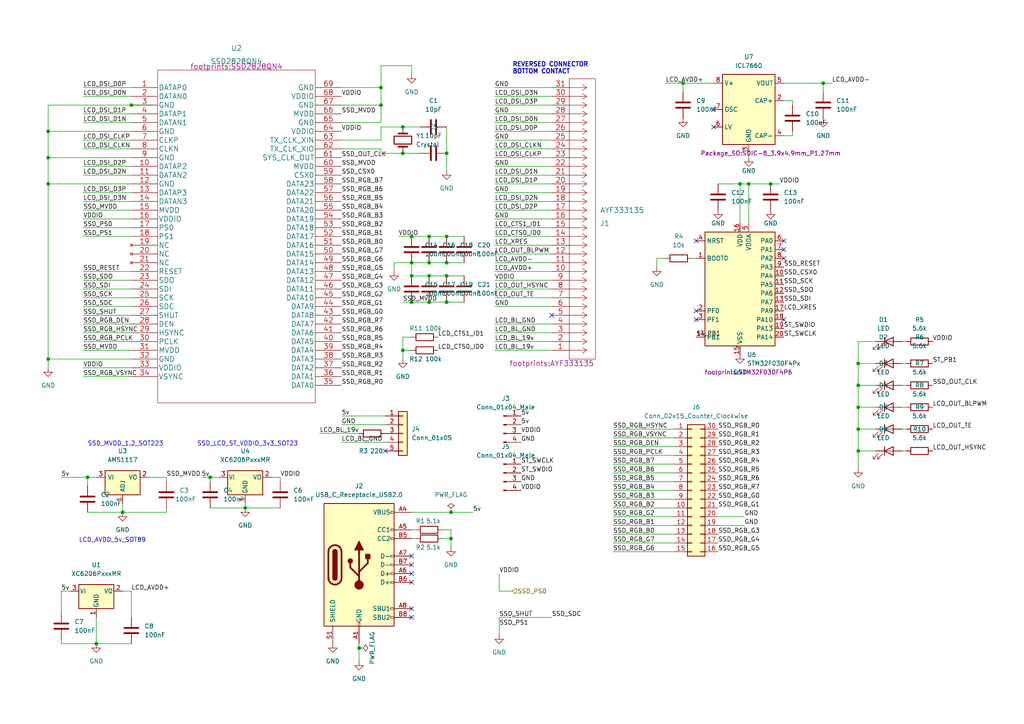
<source format=kicad_sch>
(kicad_sch (version 20211123) (generator eeschema)
  (paper "A4")
  (title_block (title "Sharp DSI Eva") (date "2022-11-07") (rev "1.0") (company "github/jlywxy | the Monazite workshop"))
  (junction (at 124.46 87.63))
  (junction (at 116.84 36.83))
  (junction (at 71.12 147.32))
  (junction (at 119.38 76.2))
  (junction (at 214.63 53.34))
  (junction (at 248.92 118.11))
  (junction (at 217.17 53.34))
  (junction (at 129.54 68.58))
  (junction (at 129.54 44.45))
  (junction (at 13.97 45.72))
  (junction (at 119.38 68.58))
  (junction (at 27.94 186.69))
  (junction (at 38.1 30.48))
  (junction (at 119.38 80.01))
  (junction (at 116.84 44.45))
  (junction (at 13.97 38.1))
  (junction (at 248.92 124.46))
  (junction (at 130.81 148.59))
  (junction (at 104.14 187.96))
  (junction (at 248.92 111.76))
  (junction (at 248.92 105.41))
  (junction (at 110.49 25.4))
  (junction (at 25.4 138.43))
  (junction (at 116.84 101.6))
  (junction (at 248.92 130.81))
  (junction (at 130.81 156.21))
  (junction (at 238.76 24.13))
  (junction (at 35.56 148.59))
  (junction (at 13.97 53.34))
  (junction (at 129.54 80.01))
  (junction (at 129.54 76.2))
  (junction (at 124.46 80.01))
  (junction (at 223.52 53.34))
  (junction (at 60.96 138.43))
  (junction (at 124.46 76.2))
  (junction (at 13.97 104.14))
  (junction (at 110.49 30.48))
  (junction (at 124.46 68.58))
  (junction (at 198.12 24.13))
  (junction (at 119.38 87.63))
  (junction (at 129.54 87.63))
  (no_connect (at 201.93 69.85))
  (no_connect (at 201.93 90.17))
  (no_connect (at 201.93 92.71))
  (no_connect (at 119.38 166.37))
  (no_connect (at 119.38 168.91))
  (no_connect (at 119.38 161.29))
  (no_connect (at 119.38 163.83))
  (no_connect (at 119.38 176.53))
  (no_connect (at 119.38 179.07))
  (no_connect (at 160.02 91.44))
  (no_connect (at 111.76 130.81))
  (no_connect (at 207.01 36.83))
  (no_connect (at 207.01 31.75))
  (no_connect (at 227.33 74.93))
  (no_connect (at 227.33 72.39))
  (no_connect (at 227.33 69.85))
  (no_connect (at 227.33 92.71))
  (wire (pts (xy 241.3 24.13) (xy 238.76 24.13)))
  (wire (pts (xy 119.38 87.63) (xy 124.46 87.63)))
  (wire (pts (xy 48.26 138.43) (xy 48.26 139.7)))
  (wire (pts (xy 229.87 39.37) (xy 229.87 38.1)))
  (wire (pts (xy 177.8 144.78) (xy 195.58 144.78)))
  (wire (pts (xy 99.06 123.19) (xy 111.76 123.19)))
  (wire (pts (xy 99.06 35.56) (xy 110.49 35.56)))
  (wire (pts (xy 177.8 137.16) (xy 195.58 137.16)))
  (wire (pts (xy 124.46 76.2) (xy 129.54 76.2)))
  (wire (pts (xy 143.51 73.66) (xy 160.02 73.66)))
  (wire (pts (xy 116.84 44.45) (xy 121.92 44.45)))
  (wire (pts (xy 248.92 130.81) (xy 248.92 135.89)))
  (wire (pts (xy 99.06 30.48) (xy 110.49 30.48)))
  (wire (pts (xy 35.56 146.05) (xy 35.56 148.59)))
  (wire (pts (xy 110.49 40.64) (xy 110.49 36.83)))
  (wire (pts (xy 190.5 74.93) (xy 193.04 74.93)))
  (wire (pts (xy 24.13 35.56) (xy 38.1 35.56)))
  (wire (pts (xy 248.92 99.06) (xy 254 99.06)))
  (wire (pts (xy 24.13 60.96) (xy 38.1 60.96)))
  (wire (pts (xy 143.51 30.48) (xy 160.02 30.48)))
  (wire (pts (xy 24.13 93.98) (xy 38.1 93.98)))
  (wire (pts (xy 130.81 153.67) (xy 130.81 156.21)))
  (wire (pts (xy 24.13 43.18) (xy 38.1 43.18)))
  (wire (pts (xy 24.13 106.68) (xy 38.1 106.68)))
  (wire (pts (xy 248.92 124.46) (xy 254 124.46)))
  (wire (pts (xy 177.8 147.32) (xy 195.58 147.32)))
  (wire (pts (xy 248.92 99.06) (xy 248.92 105.41)))
  (wire (pts (xy 130.81 148.59) (xy 137.16 148.59)))
  (wire (pts (xy 215.9 149.86) (xy 208.28 149.86)))
  (wire (pts (xy 208.28 53.34) (xy 214.63 53.34)))
  (wire (pts (xy 143.51 93.98) (xy 160.02 93.98)))
  (wire (pts (xy 24.13 96.52) (xy 38.1 96.52)))
  (wire (pts (xy 13.97 104.14) (xy 38.1 104.14)))
  (wire (pts (xy 13.97 106.68) (xy 13.97 104.14)))
  (wire (pts (xy 217.17 53.34) (xy 223.52 53.34)))
  (wire (pts (xy 143.51 83.82) (xy 160.02 83.82)))
  (wire (pts (xy 261.62 130.81) (xy 262.89 130.81)))
  (wire (pts (xy 177.8 157.48) (xy 195.58 157.48)))
  (wire (pts (xy 143.51 33.02) (xy 160.02 33.02)))
  (wire (pts (xy 129.54 76.2) (xy 134.62 76.2)))
  (wire (pts (xy 24.13 99.06) (xy 38.1 99.06)))
  (wire (pts (xy 27.94 179.07) (xy 27.94 186.69)))
  (wire (pts (xy 217.17 45.72) (xy 217.17 44.45)))
  (wire (pts (xy 217.17 53.34) (xy 217.17 64.77)))
  (wire (pts (xy 116.84 104.14) (xy 116.84 101.6)))
  (wire (pts (xy 119.38 153.67) (xy 120.65 153.67)))
  (wire (pts (xy 24.13 101.6) (xy 38.1 101.6)))
  (wire (pts (xy 177.8 160.02) (xy 195.58 160.02)))
  (wire (pts (xy 116.84 87.63) (xy 119.38 87.63)))
  (wire (pts (xy 193.04 24.13) (xy 198.12 24.13)))
  (wire (pts (xy 177.8 134.62) (xy 195.58 134.62)))
  (wire (pts (xy 110.49 30.48) (xy 110.49 35.56)))
  (wire (pts (xy 17.78 185.42) (xy 17.78 186.69)))
  (wire (pts (xy 92.71 125.73) (xy 104.14 125.73)))
  (wire (pts (xy 248.92 118.11) (xy 254 118.11)))
  (wire (pts (xy 177.8 132.08) (xy 195.58 132.08)))
  (wire (pts (xy 110.49 36.83) (xy 116.84 36.83)))
  (wire (pts (xy 116.84 97.79) (xy 119.38 97.79)))
  (wire (pts (xy 116.84 36.83) (xy 121.92 36.83)))
  (wire (pts (xy 17.78 171.45) (xy 20.32 171.45)))
  (wire (pts (xy 25.4 140.97) (xy 25.4 138.43)))
  (wire (pts (xy 143.51 101.6) (xy 160.02 101.6)))
  (wire (pts (xy 177.8 124.46) (xy 195.58 124.46)))
  (wire (pts (xy 214.63 53.34) (xy 214.63 64.77)))
  (wire (pts (xy 24.13 25.4) (xy 38.1 25.4)))
  (wire (pts (xy 71.12 147.32) (xy 81.28 147.32)))
  (wire (pts (xy 13.97 38.1) (xy 13.97 30.48)))
  (wire (pts (xy 144.78 179.07) (xy 160.02 179.07)))
  (wire (pts (xy 129.54 68.58) (xy 134.62 68.58)))
  (wire (pts (xy 143.51 53.34) (xy 160.02 53.34)))
  (wire (pts (xy 143.51 81.28) (xy 160.02 81.28)))
  (wire (pts (xy 24.13 78.74) (xy 38.1 78.74)))
  (wire (pts (xy 25.4 138.43) (xy 27.94 138.43)))
  (wire (pts (xy 143.51 68.58) (xy 160.02 68.58)))
  (wire (pts (xy 261.62 105.41) (xy 262.89 105.41)))
  (wire (pts (xy 58.42 138.43) (xy 60.96 138.43)))
  (wire (pts (xy 143.51 43.18) (xy 160.02 43.18)))
  (wire (pts (xy 143.51 40.64) (xy 160.02 40.64)))
  (wire (pts (xy 129.54 49.53) (xy 129.54 44.45)))
  (wire (pts (xy 24.13 81.28) (xy 38.1 81.28)))
  (wire (pts (xy 35.56 171.45) (xy 38.1 171.45)))
  (wire (pts (xy 116.84 101.6) (xy 119.38 101.6)))
  (wire (pts (xy 27.94 186.69) (xy 38.1 186.69)))
  (wire (pts (xy 25.4 148.59) (xy 35.56 148.59)))
  (wire (pts (xy 143.51 55.88) (xy 160.02 55.88)))
  (wire (pts (xy 144.78 184.15) (xy 144.78 179.07)))
  (wire (pts (xy 110.49 25.4) (xy 110.49 30.48)))
  (wire (pts (xy 43.18 138.43) (xy 48.26 138.43)))
  (wire (pts (xy 110.49 44.45) (xy 116.84 44.45)))
  (wire (pts (xy 24.13 58.42) (xy 38.1 58.42)))
  (wire (pts (xy 129.54 87.63) (xy 134.62 87.63)))
  (wire (pts (xy 214.63 53.34) (xy 217.17 53.34)))
  (wire (pts (xy 261.62 99.06) (xy 262.89 99.06)))
  (wire (pts (xy 99.06 120.65) (xy 111.76 120.65)))
  (wire (pts (xy 24.13 88.9) (xy 38.1 88.9)))
  (wire (pts (xy 177.8 127) (xy 195.58 127)))
  (wire (pts (xy 119.38 76.2) (xy 119.38 80.01)))
  (wire (pts (xy 143.51 45.72) (xy 160.02 45.72)))
  (wire (pts (xy 114.3 78.74) (xy 114.3 76.2)))
  (wire (pts (xy 143.51 78.74) (xy 160.02 78.74)))
  (wire (pts (xy 99.06 25.4) (xy 110.49 25.4)))
  (wire (pts (xy 143.51 88.9) (xy 160.02 88.9)))
  (wire (pts (xy 261.62 124.46) (xy 262.89 124.46)))
  (wire (pts (xy 248.92 118.11) (xy 248.92 124.46)))
  (wire (pts (xy 143.51 86.36) (xy 160.02 86.36)))
  (wire (pts (xy 38.1 30.48) (xy 44.45 30.48)))
  (wire (pts (xy 177.8 154.94) (xy 195.58 154.94)))
  (wire (pts (xy 48.26 148.59) (xy 48.26 147.32)))
  (wire (pts (xy 38.1 171.45) (xy 38.1 179.07)))
  (wire (pts (xy 248.92 105.41) (xy 248.92 111.76)))
  (wire (pts (xy 60.96 147.32) (xy 71.12 147.32)))
  (wire (pts (xy 261.62 118.11) (xy 262.89 118.11)))
  (wire (pts (xy 238.76 24.13) (xy 227.33 24.13)))
  (wire (pts (xy 13.97 30.48) (xy 38.1 30.48)))
  (wire (pts (xy 60.96 139.7) (xy 60.96 138.43)))
  (wire (pts (xy 119.38 19.05) (xy 119.38 21.59)))
  (wire (pts (xy 177.8 142.24) (xy 195.58 142.24)))
  (wire (pts (xy 143.51 48.26) (xy 160.02 48.26)))
  (wire (pts (xy 24.13 86.36) (xy 38.1 86.36)))
  (wire (pts (xy 198.12 24.13) (xy 198.12 26.67)))
  (wire (pts (xy 104.14 191.77) (xy 104.14 187.96)))
  (wire (pts (xy 143.51 38.1) (xy 160.02 38.1)))
  (wire (pts (xy 200.66 74.93) (xy 201.93 74.93)))
  (wire (pts (xy 24.13 50.8) (xy 38.1 50.8)))
  (wire (pts (xy 143.51 50.8) (xy 160.02 50.8)))
  (wire (pts (xy 24.13 40.64) (xy 38.1 40.64)))
  (wire (pts (xy 130.81 156.21) (xy 130.81 158.75)))
  (wire (pts (xy 13.97 53.34) (xy 13.97 45.72)))
  (wire (pts (xy 143.51 27.94) (xy 160.02 27.94)))
  (wire (pts (xy 24.13 68.58) (xy 38.1 68.58)))
  (wire (pts (xy 99.06 43.18) (xy 110.49 43.18)))
  (wire (pts (xy 24.13 27.94) (xy 38.1 27.94)))
  (wire (pts (xy 248.92 111.76) (xy 254 111.76)))
  (wire (pts (xy 114.3 76.2) (xy 119.38 76.2)))
  (wire (pts (xy 81.28 138.43) (xy 81.28 139.7)))
  (wire (pts (xy 143.51 76.2) (xy 160.02 76.2)))
  (wire (pts (xy 261.62 111.76) (xy 262.89 111.76)))
  (wire (pts (xy 60.96 138.43) (xy 63.5 138.43)))
  (wire (pts (xy 144.78 166.37) (xy 144.78 171.45)))
  (wire (pts (xy 110.49 25.4) (xy 110.49 19.05)))
  (wire (pts (xy 248.92 124.46) (xy 248.92 130.81)))
  (wire (pts (xy 227.33 29.21) (xy 229.87 29.21)))
  (wire (pts (xy 227.33 39.37) (xy 229.87 39.37)))
  (wire (pts (xy 24.13 63.5) (xy 38.1 63.5)))
  (wire (pts (xy 129.54 36.83) (xy 129.54 44.45)))
  (wire (pts (xy 17.78 138.43) (xy 25.4 138.43)))
  (wire (pts (xy 229.87 29.21) (xy 229.87 30.48)))
  (wire (pts (xy 177.8 152.4) (xy 195.58 152.4)))
  (wire (pts (xy 129.54 80.01) (xy 134.62 80.01)))
  (wire (pts (xy 71.12 146.05) (xy 71.12 147.32)))
  (wire (pts (xy 13.97 104.14) (xy 13.97 53.34)))
  (wire (pts (xy 124.46 87.63) (xy 129.54 87.63)))
  (wire (pts (xy 119.38 156.21) (xy 120.65 156.21)))
  (wire (pts (xy 24.13 66.04) (xy 38.1 66.04)))
  (wire (pts (xy 143.51 99.06) (xy 160.02 99.06)))
  (wire (pts (xy 128.27 153.67) (xy 130.81 153.67)))
  (wire (pts (xy 35.56 148.59) (xy 48.26 148.59)))
  (wire (pts (xy 115.57 68.58) (xy 119.38 68.58)))
  (wire (pts (xy 143.51 35.56) (xy 160.02 35.56)))
  (wire (pts (xy 143.51 66.04) (xy 160.02 66.04)))
  (wire (pts (xy 119.38 76.2) (xy 124.46 76.2)))
  (wire (pts (xy 17.78 171.45) (xy 17.78 177.8)))
  (wire (pts (xy 119.38 80.01) (xy 124.46 80.01)))
  (wire (pts (xy 99.06 40.64) (xy 110.49 40.64)))
  (wire (pts (xy 143.51 60.96) (xy 160.02 60.96)))
  (wire (pts (xy 190.5 77.47) (xy 190.5 74.93)))
  (wire (pts (xy 143.51 96.52) (xy 160.02 96.52)))
  (wire (pts (xy 24.13 83.82) (xy 38.1 83.82)))
  (wire (pts (xy 13.97 45.72) (xy 13.97 38.1)))
  (wire (pts (xy 119.38 148.59) (xy 130.81 148.59)))
  (wire (pts (xy 248.92 105.41) (xy 254 105.41)))
  (wire (pts (xy 208.28 152.4) (xy 215.9 152.4)))
  (wire (pts (xy 124.46 68.58) (xy 129.54 68.58)))
  (wire (pts (xy 198.12 24.13) (xy 207.01 24.13)))
  (wire (pts (xy 143.51 71.12) (xy 160.02 71.12)))
  (wire (pts (xy 13.97 45.72) (xy 38.1 45.72)))
  (wire (pts (xy 177.8 149.86) (xy 195.58 149.86)))
  (wire (pts (xy 124.46 80.01) (xy 129.54 80.01)))
  (wire (pts (xy 24.13 33.02) (xy 38.1 33.02)))
  (wire (pts (xy 110.49 19.05) (xy 119.38 19.05)))
  (wire (pts (xy 143.51 25.4) (xy 160.02 25.4)))
  (wire (pts (xy 119.38 80.01) (xy 119.38 81.28)))
  (wire (pts (xy 177.8 129.54) (xy 195.58 129.54)))
  (wire (pts (xy 110.49 43.18) (xy 110.49 44.45)))
  (wire (pts (xy 104.14 187.96) (xy 104.14 186.69)))
  (wire (pts (xy 143.51 63.5) (xy 160.02 63.5)))
  (wire (pts (xy 143.51 58.42) (xy 160.02 58.42)))
  (wire (pts (xy 238.76 24.13) (xy 238.76 26.67)))
  (wire (pts (xy 99.06 128.27) (xy 111.76 128.27)))
  (wire (pts (xy 119.38 68.58) (xy 124.46 68.58)))
  (wire (pts (xy 24.13 55.88) (xy 38.1 55.88)))
  (wire (pts (xy 128.27 156.21) (xy 130.81 156.21)))
  (wire (pts (xy 223.52 53.34) (xy 226.06 53.34)))
  (wire (pts (xy 24.13 109.22) (xy 38.1 109.22)))
  (wire (pts (xy 24.13 48.26) (xy 38.1 48.26)))
  (wire (pts (xy 78.74 138.43) (xy 81.28 138.43)))
  (wire (pts (xy 17.78 186.69) (xy 27.94 186.69)))
  (wire (pts (xy 13.97 38.1) (xy 38.1 38.1)))
  (wire (pts (xy 177.8 139.7) (xy 195.58 139.7)))
  (wire (pts (xy 144.78 171.45) (xy 148.59 171.45)))
  (wire (pts (xy 13.97 53.34) (xy 38.1 53.34)))
  (wire (pts (xy 248.92 130.81) (xy 254 130.81)))
  (wire (pts (xy 116.84 101.6) (xy 116.84 97.79)))
  (wire (pts (xy 24.13 91.44) (xy 38.1 91.44)))
  (wire (pts (xy 248.92 111.76) (xy 248.92 118.11)))
  (text "REVERSED CONNECTOR\nBOTTOM CONTACT\n" (at 148.59 21.59 0) (effects (font (size 1.27 1.27) (thickness 0.254) bold) (justify left bottom)))
  (text "SSD_MVDD_1.2_SOT223" (at 25.4 129.54 0) (effects (font (size 1.27 1.27)) (justify left bottom)))
  (text "SSD_LCD_ST_VDDIO_3v3_SOT23" (at 57.15 129.54 0) (effects (font (size 1.27 1.27)) (justify left bottom)))
  (text "LCD_AVDD_5v_SOT89" (at 22.86 157.48 0) (effects (font (size 1.27 1.27)) (justify left bottom)))
  (label "LCD_DSI_D0N" (at 143.51 35.56 0))
  (label "SSD_RGB_G0" (at 99.06 91.44 0))
  (label "SSD_SDI" (at 24.13 83.82 0))
  (label "SSD_RGB_PCLK" (at 24.13 99.06 0))
  (label "SSD_RGB_G0" (at 208.28 144.78 0))
  (label "LCD_OUT_BLPWM" (at 143.51 73.66 0))
  (label "SSD_RGB_G7" (at 177.8 157.48 0))
  (label "SSD_RGB_G2" (at 177.8 149.86 0))
  (label "SSD_RGB_B2" (at 177.8 147.32 0))
  (label "LCD_OUT_TE" (at 143.51 86.36 0))
  (label "5v" (at 58.42 138.43 0))
  (label "LCD_XRES" (at 227.33 90.17 0))
  (label "SSD_RGB_R5" (at 99.06 99.06 0))
  (label "SSD_RGB_R7" (at 99.06 93.98 0))
  (label "GND" (at 151.13 139.7 0))
  (label "SSD_PS1" (at 144.78 181.61 0))
  (label "VDDIO" (at 24.13 106.68 0))
  (label "SSD_RGB_B3" (at 99.06 63.5 0))
  (label "SSD_RGB_R6" (at 208.28 139.7 0))
  (label "GND" (at 143.51 55.88 0))
  (label "ST_PB1" (at 270.51 105.41 0))
  (label "SSD_RGB_B4" (at 177.8 142.24 0))
  (label "SSD_PS0" (at 24.13 66.04 0))
  (label "SSD_SDO" (at 227.33 85.09 0))
  (label "ST_PB1" (at 201.93 97.79 0))
  (label "SSD_RGB_R3" (at 99.06 104.14 0))
  (label "SSD_SDI" (at 227.33 87.63 0))
  (label "LCD_BL_GND" (at 143.51 93.98 0))
  (label "GND" (at 215.9 149.86 0))
  (label "SSD_RGB_B0" (at 177.8 154.94 0))
  (label "SSD_RGB_HSYNC" (at 24.13 96.52 0))
  (label "LCD_DSI_D3N" (at 143.51 27.94 0))
  (label "5v" (at 17.78 138.43 0))
  (label "SSD_RGB_DEN" (at 24.13 93.98 0))
  (label "LCD_DSI_CLKP" (at 24.13 40.64 0))
  (label "SSD_RGB_R4" (at 99.06 101.6 0))
  (label "LCD_AVDD+" (at 143.51 78.74 0))
  (label "SSD_RGB_G4" (at 208.28 157.48 0))
  (label "LCD_BL_19v" (at 143.51 99.06 0))
  (label "SSD_RGB_R1" (at 208.28 127 0))
  (label "LCD_BL_19v" (at 143.51 101.6 0))
  (label "SSD_MVDD" (at 116.84 87.63 0))
  (label "SSD_RGB_DEN" (at 177.8 129.54 0))
  (label "LCD_DSI_D2N" (at 24.13 50.8 0))
  (label "ST_SWCLK" (at 227.33 97.79 0))
  (label "VDDIO" (at 226.06 53.34 0))
  (label "VDDIO" (at 270.51 99.06 0))
  (label "LCD_OUT_BLPWM" (at 270.51 118.11 0))
  (label "GND" (at 143.51 25.4 0))
  (label "SSD_RGB_R6" (at 99.06 96.52 0))
  (label "5v" (at 137.16 148.59 0))
  (label "SSD_RGB_B3" (at 177.8 144.78 0))
  (label "SSD_OUT_CLK" (at 270.51 111.76 0))
  (label "LCD_DSI_D2N" (at 143.51 58.42 0))
  (label "SSD_MVDD" (at 99.06 33.02 0))
  (label "LCD_XRES" (at 143.51 71.12 0))
  (label "5v" (at 151.13 123.19 0))
  (label "SSD_RGB_B2" (at 99.06 66.04 0))
  (label "SSD_RGB_B5" (at 99.06 58.42 0))
  (label "SSD_MVDD" (at 99.06 48.26 0))
  (label "5v" (at 151.13 120.65 0))
  (label "SSD_SDC" (at 24.13 88.9 0))
  (label "LCD_AVDD-" (at 241.3 24.13 0))
  (label "SSD_RGB_B6" (at 177.8 137.16 0))
  (label "SSD_RESET" (at 24.13 78.74 0))
  (label "VDDIO" (at 115.57 68.58 0))
  (label "SSD_RGB_B6" (at 99.06 55.88 0))
  (label "LCD_BL_GND" (at 99.06 128.27 0))
  (label "SSD_SCK" (at 24.13 86.36 0))
  (label "SSD_MVDD" (at 24.13 101.6 0))
  (label "SSD_MVDD" (at 48.26 138.43 0))
  (label "5v" (at 17.78 171.45 0))
  (label "LCD_DSI_CLKP" (at 143.51 45.72 0))
  (label "LCD_BL_19v" (at 92.71 125.73 0))
  (label "GND" (at 143.51 63.5 0))
  (label "SSD_SCK" (at 227.33 82.55 0))
  (label "LCD_OUT_HSYNC" (at 143.51 83.82 0))
  (label "LCD_DSI_D3P" (at 143.51 30.48 0))
  (label "LCD_CTS0_ID0" (at 143.51 68.58 0))
  (label "LCD_AVDD+" (at 193.04 24.13 0))
  (label "LCD_DSI_D0P" (at 24.13 25.4 0))
  (label "SSD_CSX0" (at 227.33 80.01 0))
  (label "GND" (at 143.51 40.64 0))
  (label "SSD_RGB_G7" (at 99.06 73.66 0))
  (label "LCD_DSI_D0P" (at 143.51 38.1 0))
  (label "SSD_RGB_R0" (at 208.28 124.46 0))
  (label "SSD_RGB_HSYNC" (at 177.8 124.46 0))
  (label "SSD_RGB_R7" (at 208.28 142.24 0))
  (label "SSD_RGB_G1" (at 208.28 147.32 0))
  (label "VDDIO" (at 151.13 142.24 0))
  (label "LCD_DSI_D1N" (at 143.51 50.8 0))
  (label "SSD_RGB_B7" (at 177.8 134.62 0))
  (label "ST_SWDIO" (at 151.13 137.16 0))
  (label "ST_SWDIO" (at 227.33 95.25 0))
  (label "SSD_RGB_R4" (at 208.28 134.62 0))
  (label "LCD_DSI_CLKN" (at 24.13 43.18 0))
  (label "SSD_RGB_G6" (at 99.06 76.2 0))
  (label "LCD_AVDD+" (at 38.1 171.45 0))
  (label "SSD_RGB_B0" (at 99.06 71.12 0))
  (label "SSD_RGB_R2" (at 99.06 106.68 0))
  (label "SSD_RGB_R3" (at 208.28 132.08 0))
  (label "SSD_RGB_PCLK" (at 177.8 132.08 0))
  (label "SSD_RGB_R5" (at 208.28 137.16 0))
  (label "SSD_RGB_VSYNC" (at 177.8 127 0))
  (label "LCD_DSI_CLKN" (at 143.51 43.18 0))
  (label "LCD_DSI_D1P" (at 24.13 33.02 0))
  (label "LCD_AVDD-" (at 143.51 76.2 0))
  (label "SSD_SDC" (at 160.02 179.07 0))
  (label "SSD_PS1" (at 24.13 68.58 0))
  (label "SSD_RGB_G6" (at 177.8 160.02 0))
  (label "GND" (at 143.51 48.26 0))
  (label "GND" (at 99.06 123.19 0))
  (label "VDDIO" (at 144.78 166.37 0))
  (label "5v" (at 99.06 120.65 0))
  (label "GND" (at 151.13 128.27 0))
  (label "LCD_CTS1_ID1" (at 143.51 66.04 0))
  (label "SSD_CSX0" (at 99.06 50.8 0))
  (label "LCD_OUT_TE" (at 270.51 124.46 0))
  (label "SSD_RGB_R0" (at 99.06 111.76 0))
  (label "VDDIO" (at 99.06 38.1 0))
  (label "SSD_RGB_G3" (at 99.06 83.82 0))
  (label "SSD_RGB_R2" (at 208.28 129.54 0))
  (label "SSD_RGB_G5" (at 208.28 160.02 0))
  (label "VDDIO" (at 151.13 125.73 0))
  (label "SSD_RGB_G3" (at 208.28 154.94 0))
  (label "LCD_DSI_D2P" (at 143.51 60.96 0))
  (label "SSD_RGB_G4" (at 99.06 81.28 0))
  (label "LCD_CTS0_ID0" (at 127 101.6 0))
  (label "LCD_CTS1_ID1" (at 127 97.79 0))
  (label "SSD_RGB_B4" (at 99.06 60.96 0))
  (label "LCD_DSI_D2P" (at 24.13 48.26 0))
  (label "LCD_DSI_D3P" (at 24.13 55.88 0))
  (label "GND" (at 143.51 33.02 0))
  (label "SSD_RGB_VSYNC" (at 24.13 109.22 0))
  (label "VDDIO" (at 24.13 63.5 0))
  (label "SSD_RGB_B1" (at 177.8 152.4 0))
  (label "GND" (at 215.9 152.4 0))
  (label "SSD_RGB_R1" (at 99.06 109.22 0))
  (label "SSD_RGB_G1" (at 99.06 88.9 0))
  (label "GND" (at 143.51 88.9 0))
  (label "SSD_MVDD" (at 24.13 60.96 0))
  (label "SSD_RGB_B7" (at 99.06 53.34 0))
  (label "LCD_DSI_D3N" (at 24.13 58.42 0))
  (label "SSD_SHUT" (at 24.13 91.44 0))
  (label "SSD_OUT_CLK" (at 99.06 45.72 0))
  (label "SSD_RESET" (at 227.33 77.47 0))
  (label "ST_SWCLK" (at 151.13 134.62 0))
  (label "SSD_RGB_B1" (at 99.06 68.58 0))
  (label "SSD_SDO" (at 24.13 81.28 0))
  (label "LCD_BL_GND" (at 143.51 96.52 0))
  (label "LCD_OUT_HSYNC" (at 270.51 130.81 0))
  (label "LCD_DSI_D1P" (at 143.51 53.34 0))
  (label "VDDIO" (at 143.51 81.28 0))
  (label "VDDIO" (at 99.06 27.94 0))
  (label "SSD_SHUT" (at 144.78 179.07 0))
  (label "SSD_RGB_B5" (at 177.8 139.7 0))
  (label "VDDIO" (at 81.28 138.43 0))
  (label "LCD_DSI_D1N" (at 24.13 35.56 0))
  (label "LCD_DSI_D0N" (at 24.13 27.94 0))
  (label "SSD_RGB_G5" (at 99.06 78.74 0))
  (label "SSD_RGB_G2" (at 99.06 86.36 0))
  (hierarchical_label "SSD_PS0" (shape input) (at 148.59 171.45 0))
  (symbol (lib_id "Device:R") (at 124.46 153.67 90) (unit 1)
    (property "Reference" "R1" (at 121.92 151.13 90))
    (property "Value" "5.1k" (at 125.73 151.13 90))
    (property "Footprint" "Resistor_SMD:R_0603_1608Metric" (effects hide))
  )
  (symbol (lib_id "Device:C") (at 124.46 83.82 0) (unit 1)
    (property "Reference" "C17" (at 128.27 82.5499 0) (effects (justify left)))
    (property "Value" "100nF" (at 128.27 85.0899 0) (effects (justify left)))
    (property "Footprint" "Capacitor_SMD:C_0402_1005Metric" (effects hide))
  )
  (symbol (lib_id "power:PWR_FLAG") (at 104.14 187.96 270) (unit 1)
    (property "Reference" "#FLG0102" (effects hide))
    (property "Value" "PWR_FLAG" (at 107.95 187.96 0))
  )
  (symbol (lib_id "Device:C") (at 129.54 83.82 0) (unit 1)
    (property "Reference" "C19" (at 133.35 82.5499 0) (effects (justify left)))
    (property "Value" "100nF" (at 133.35 85.0899 0) (effects (justify left)))
    (property "Footprint" "Capacitor_SMD:C_0402_1005Metric" (effects hide))
  )
  (symbol (lib_id "power:GND") (at 96.52 186.69 0) (unit 1)
    (property "Reference" "#PWR02" (effects hide))
    (property "Value" "GND" (at 96.52 191.77 0))
  )
  (symbol (lib_id "Device:R") (at 266.7 124.46 90) (unit 1)
    (property "Reference" "R9" (at 266.7 118.11 90))
    (property "Value" "5.6k" (at 266.7 120.65 90))
    (property "Footprint" "Resistor_SMD:R_0603_1608Metric" (effects hide))
  )
  (symbol (lib_id "Regulator_Linear:AMS1117") (at 35.56 138.43 0) (unit 1)
    (property "Reference" "U3" (at 35.56 130.81 0))
    (property "Value" "AMS1117" (at 35.56 133.35 0))
    (property "Footprint" "Package_TO_SOT_SMD:SOT-223-3_TabPin2" (effects hide))
    (property "Datasheet" "http://www.advanced-monolithic.com/pdf/ds1117.pdf" (effects hide))
  )
  (symbol (lib_id "power:GND") (at 144.78 184.15 0) (unit 1)
    (property "Reference" "#PWR0106" (effects hide))
    (property "Value" "GND" (at 144.78 189.23 0))
  )
  (symbol (lib_id "power:GND") (at 223.52 60.96 0) (unit 1)
    (property "Reference" "#PWR0111" (effects hide))
    (property "Value" "GND" (at 223.52 64.77 0))
  )
  (symbol (lib_id "Connector_Generic:Conn_02x15_Counter_Clockwise") (at 200.66 142.24 0) (unit 1)
    (property "Reference" "J6" (at 201.93 118.11 0))
    (property "Value" "Conn_02x15_Counter_Clockwise" (at 201.93 120.65 0))
    (property "Footprint" "Connector_PinHeader_2.54mm:PinHeader_2x15_P2.54mm_Vertical" (effects hide))
  )
  (symbol (lib_id "power:PWR_FLAG") (at 130.81 148.59 0) (unit 1)
    (property "Reference" "#FLG0101" (effects hide))
    (property "Value" "PWR_FLAG" (at 130.81 143.51 0))
  )
  (symbol (lib_id "power:GND") (at 114.3 78.74 0) (unit 1)
    (property "Reference" "#PWR0108" (effects hide))
    (property "Value" "GND" (at 114.3 83.82 0))
  )
  (symbol (lib_id "Regulator_SwitchedCapacitor:ICL7660") (at 217.17 31.75 0) (unit 1)
    (property "Reference" "U7" (at 217.17 16.51 0))
    (property "Value" "ICL7660" (at 217.17 19.05 0))
    (property "Footprint" "Package_SO:SOIC-8_3.9x4.9mm_P1.27mm" (at 223.52 44.45 0))
    (property "Datasheet" "http://datasheets.maximintegrated.com/en/ds/ICL7660-MAX1044.pdf" (effects hide))
  )
  (symbol (lib_id "power:GND") (at 27.94 186.69 0) (unit 1)
    (property "Reference" "#PWR0107" (effects hide))
    (property "Value" "GND" (at 27.94 191.77 0))
  )
  (symbol (lib_id "Device:C") (at 223.52 57.15 180) (unit 1)
    (property "Reference" "C13" (at 227.33 55.8799 0) (effects (justify right)))
    (property "Value" "100nF" (at 227.33 58.4199 0) (effects (justify right)))
    (property "Footprint" "Capacitor_SMD:C_0402_1005Metric" (effects hide))
  )
  (symbol (lib_id "power:GND") (at 13.97 106.68 0) (unit 1)
    (property "Reference" "#PWR01" (effects hide))
    (property "Value" "GND" (at 13.97 111.76 0))
  )
  (symbol (lib_id "Device:LED") (at 257.81 118.11 0) (unit 1)
    (property "Reference" "D4" (at 256.2225 111.76 0))
    (property "Value" "LED" (at 256.2225 114.3 0))
    (property "Footprint" "Resistor_SMD:R_0603_1608Metric" (effects hide))
  )
  (symbol (lib_id "Device:C") (at 134.62 72.39 0) (unit 1)
    (property "Reference" "C20" (at 138.43 71.1199 0) (effects (justify left)))
    (property "Value" "100nF" (at 138.43 73.6599 0) (effects (justify left)))
    (property "Footprint" "Capacitor_SMD:C_0402_1005Metric" (effects hide))
  )
  (symbol (lib_id "power:GND") (at 71.12 147.32 0) (unit 1)
    (property "Reference" "#PWR0101" (effects hide))
    (property "Value" "GND" (at 71.12 152.4 0))
  )
  (symbol (lib_id "Device:LED") (at 257.81 99.06 0) (unit 1)
    (property "Reference" "D1" (at 256.2225 92.71 0))
    (property "Value" "LED" (at 256.2225 95.25 0))
    (property "Footprint" "Resistor_SMD:R_0603_1608Metric" (effects hide))
  )
  (symbol (lib_id "Device:R") (at 107.95 125.73 90) (unit 1)
    (property "Reference" "R3" (at 105.41 130.81 90))
    (property "Value" "220" (at 109.22 130.81 90))
    (property "Footprint" "Resistor_THT:R_Box_L8.4mm_W2.5mm_P5.08mm" (effects hide))
  )
  (symbol (lib_id "Device:LED") (at 257.81 130.81 0) (unit 1)
    (property "Reference" "D6" (at 256.2225 124.46 0))
    (property "Value" "LED" (at 256.2225 127 0))
    (property "Footprint" "Resistor_SMD:R_0603_1608Metric" (effects hide))
  )
  (symbol (lib_id "Device:R") (at 123.19 101.6 90) (unit 1)
    (property "Reference" "R12" (at 120.65 104.14 90))
    (property "Value" "100k" (at 125.73 104.14 90))
    (property "Footprint" "Resistor_SMD:R_0603_1608Metric" (effects hide))
  )
  (symbol (lib_id "Device:C") (at 38.1 182.88 0) (unit 1)
    (property "Reference" "C8" (at 41.91 181.6099 0) (effects (justify left)))
    (property "Value" "100nF" (at 41.91 184.1499 0) (effects (justify left)))
    (property "Footprint" "Capacitor_SMD:C_0402_1005Metric" (effects hide))
  )
  (symbol (lib_id "Device:R") (at 124.46 156.21 90) (unit 1)
    (property "Reference" "R2" (at 121.92 158.75 90))
    (property "Value" "5.1k" (at 125.73 158.75 90))
    (property "Footprint" "Resistor_SMD:R_0603_1608Metric" (effects hide))
  )
  (symbol (lib_id "Device:R") (at 266.7 130.81 90) (unit 1)
    (property "Reference" "R10" (at 266.7 124.46 90))
    (property "Value" "5.6k" (at 266.7 127 90))
    (property "Footprint" "Resistor_SMD:R_0603_1608Metric" (effects hide))
  )
  (symbol (lib_id "Device:Crystal") (at 116.84 40.64 90) (unit 1)
    (property "Reference" "Y1" (at 120.65 39.3699 90) (effects (justify right)))
    (property "Value" "Crystal" (at 120.65 41.9099 90) (effects (justify right)))
    (property "Footprint" "Crystal:Crystal_SMD_5032-2Pin_5.0x3.2mm" (effects hide))
  )
  (symbol (lib_id "Device:C") (at 119.38 72.39 0) (unit 1)
    (property "Reference" "C14" (at 123.19 71.1199 0) (effects (justify left)))
    (property "Value" "100nF" (at 123.19 73.6599 0) (effects (justify left)))
    (property "Footprint" "Capacitor_SMD:C_0402_1005Metric" (effects hide))
  )
  (symbol (lib_id "Device:LED") (at 257.81 124.46 0) (unit 1)
    (property "Reference" "D5" (at 256.2225 118.11 0))
    (property "Value" "LED" (at 256.2225 120.65 0))
    (property "Footprint" "Resistor_SMD:R_0603_1608Metric" (effects hide))
  )
  (symbol (lib_id "Device:C") (at 48.26 143.51 0) (unit 1)
    (property "Reference" "C3" (at 52.07 142.24 0) (effects (justify left)))
    (property "Value" "100nF" (at 50.8 144.78 0) (effects (justify left)))
    (property "Footprint" "Capacitor_SMD:C_0402_1005Metric" (effects hide))
  )
  (symbol (lib_id "Device:LED") (at 257.81 105.41 0) (unit 1)
    (property "Reference" "D2" (at 256.2225 97.79 0))
    (property "Value" "LED" (at 256.2225 100.33 0))
    (property "Footprint" "Resistor_SMD:R_0603_1608Metric" (effects hide))
  )
  (symbol (lib_id "Device:C") (at 124.46 72.39 0) (unit 1)
    (property "Reference" "C16" (at 128.27 71.1199 0) (effects (justify left)))
    (property "Value" "100nF" (at 128.27 73.6599 0) (effects (justify left)))
    (property "Footprint" "Capacitor_SMD:C_0402_1005Metric" (effects hide))
  )
  (symbol (lib_id "Device:C") (at 238.76 30.48 0) (unit 1)
    (property "Reference" "C11" (at 242.57 29.2099 0) (effects (justify left)))
    (property "Value" "100nF" (at 242.57 31.7499 0) (effects (justify left)))
    (property "Footprint" "Capacitor_SMD:C_0402_1005Metric" (effects hide))
  )
  (symbol (lib_id "Device:LED") (at 257.81 111.76 0) (unit 1)
    (property "Reference" "D3" (at 256.2225 105.41 0))
    (property "Value" "LED" (at 256.2225 107.95 0))
    (property "Footprint" "Resistor_SMD:R_0603_1608Metric" (effects hide))
  )
  (symbol (lib_id "Regulator_Linear:XC6206PxxxMR") (at 71.12 138.43 0) (unit 1)
    (property "Reference" "U4" (at 71.12 130.81 0))
    (property "Value" "XC6206PxxxMR" (at 71.12 133.35 0))
    (property "Footprint" "Package_TO_SOT_SMD:SOT-23" (effects hide))
    (property "Datasheet" "https://www.torexsemi.com/file/xc6206/XC6206.pdf" (effects hide))
  )
  (symbol (lib_id "Device:C") (at 198.12 30.48 0) (unit 1)
    (property "Reference" "C9" (at 201.93 29.2099 0) (effects (justify left)))
    (property "Value" "100nF" (at 201.93 31.7499 0) (effects (justify left)))
    (property "Footprint" "Capacitor_SMD:C_0402_1005Metric" (effects hide))
  )
  (symbol (lib_id "Device:C") (at 60.96 143.51 0) (unit 1)
    (property "Reference" "C4" (at 64.77 142.2399 0) (effects (justify left)))
    (property "Value" "100nF" (at 64.77 144.7799 0) (effects (justify left)))
    (property "Footprint" "Capacitor_SMD:C_0402_1005Metric" (effects hide))
  )
  (symbol (lib_id "MCU_ST_STM32F0:STM32F030F4Px") (at 214.63 82.55 0) (unit 1)
    (property "Reference" "U6" (at 216.6494 102.87 0) (effects (justify left)))
    (property "Value" "STM32F030F4Px" (at 216.6494 105.41 0) (effects (justify left)))
    (property "Footprint" "footprints:STM32F030F4P6" (at 229.87 107.95 0) (effects (justify right)))
    (property "Datasheet" "http://www.st.com/st-web-ui/static/active/en/resource/technical/document/datasheet/DM00088500.pdf" (effects hide))
  )
  (symbol (lib_id "Device:C") (at 81.28 143.51 0) (unit 1)
    (property "Reference" "C6" (at 85.09 142.2399 0) (effects (justify left)))
    (property "Value" "100nF" (at 85.09 144.7799 0) (effects (justify left)))
    (property "Footprint" "Capacitor_SMD:C_0402_1005Metric" (effects hide))
  )
  (symbol (lib_id "power:GND") (at 248.92 135.89 0) (unit 1)
    (property "Reference" "#PWR0112" (effects hide))
    (property "Value" "GND" (at 248.92 140.97 0))
  )
  (symbol (lib_id "Device:C") (at 129.54 72.39 0) (unit 1)
    (property "Reference" "C18" (at 133.35 71.1199 0) (effects (justify left)))
    (property "Value" "100nF" (at 133.35 73.6599 0) (effects (justify left)))
    (property "Footprint" "Capacitor_SMD:C_0402_1005Metric" (effects hide))
  )
  (symbol (lib_id "power:GND") (at 214.63 102.87 0) (unit 1)
    (property "Reference" "#PWR07" (effects hide))
    (property "Value" "GND" (at 214.63 107.95 0))
  )
  (symbol (lib_id "Connector_Generic:Conn_01x05") (at 116.84 125.73 0) (unit 1)
    (property "Reference" "J4" (at 119.38 124.4599 0) (effects (justify left)))
    (property "Value" "Conn_01x05" (at 119.38 126.9999 0) (effects (justify left)))
    (property "Footprint" "Connector_PinHeader_2.54mm:PinHeader_1x05_P2.54mm_Vertical" (effects hide))
  )
  (symbol (lib_id "power:GND") (at 119.38 21.59 0) (unit 1)
    (property "Reference" "#PWR04" (effects hide))
    (property "Value" "GND" (at 119.38 26.67 0))
  )
  (symbol (lib_id "power:GND") (at 116.84 104.14 0) (unit 1)
    (property "Reference" "#PWR0113" (effects hide))
    (property "Value" "GND" (at 116.84 109.22 0))
  )
  (symbol (lib_id "Device:C") (at 229.87 34.29 0) (unit 1)
    (property "Reference" "C10" (at 233.68 33.0199 0) (effects (justify left)))
    (property "Value" "100nF" (at 233.68 35.5599 0) (effects (justify left)))
    (property "Footprint" "Capacitor_SMD:C_0402_1005Metric" (effects hide))
  )
  (symbol (lib_id "Device:R") (at 266.7 99.06 90) (unit 1)
    (property "Reference" "R5" (at 266.7 92.71 90))
    (property "Value" "5.6k" (at 266.7 95.25 90))
    (property "Footprint" "Resistor_SMD:R_0603_1608Metric" (effects hide))
  )
  (symbol (lib_id "Device:C") (at 17.78 181.61 0) (unit 1)
    (property "Reference" "C7" (at 21.59 180.3399 0) (effects (justify left)))
    (property "Value" "100nF" (at 21.59 182.8799 0) (effects (justify left)))
    (property "Footprint" "Capacitor_SMD:C_0402_1005Metric" (effects hide))
  )
  (symbol (lib_id "power:GND") (at 35.56 148.59 0) (unit 1)
    (property "Reference" "#PWR0105" (effects hide))
    (property "Value" "GND" (at 35.56 153.67 0))
  )
  (symbol (lib_id "Device:C") (at 125.73 44.45 90) (unit 1)
    (property "Reference" "C5" (at 125.73 36.83 90))
    (property "Value" "10pF" (at 125.73 39.37 90))
    (property "Footprint" "Capacitor_SMD:C_0402_1005Metric" (effects hide))
  )
  (symbol (lib_id "power:GND") (at 238.76 34.29 0) (unit 1)
    (property "Reference" "#PWR0104" (effects hide))
    (property "Value" "GND" (at 238.76 39.37 0))
  )
  (symbol (lib_id "power:GND") (at 198.12 34.29 0) (unit 1)
    (property "Reference" "#PWR0103" (effects hide))
    (property "Value" "GND" (at 198.12 39.37 0))
  )
  (symbol (lib_id "Device:C") (at 25.4 144.78 0) (unit 1)
    (property "Reference" "C2" (at 29.21 143.5099 0) (effects (justify left)))
    (property "Value" "100nF" (at 29.21 146.0499 0) (effects (justify left)))
    (property "Footprint" "Capacitor_SMD:C_0402_1005Metric" (effects hide))
  )
  (symbol (lib_id "Device:R") (at 266.7 105.41 90) (unit 1)
    (property "Reference" "R6" (at 266.7 97.79 90))
    (property "Value" "5.6k" (at 266.7 100.33 90))
    (property "Footprint" "Resistor_SMD:R_0603_1608Metric" (effects hide))
  )
  (symbol (lib_id "Regulator_Linear:XC6206PxxxMR") (at 27.94 171.45 0) (unit 1)
    (property "Reference" "U1" (at 27.94 163.83 0))
    (property "Value" "XC6206PxxxMR" (at 27.94 166.37 0))
    (property "Footprint" "footprints:XC6206P502PR" (effects hide))
    (property "Datasheet" "https://www.torexsemi.com/file/xc6206/XC6206.pdf" (effects hide))
  )
  (symbol (lib_id "power:GND") (at 190.5 77.47 0) (unit 1)
    (property "Reference" "#PWR0109" (effects hide))
    (property "Value" "GND" (at 190.5 82.55 0))
  )
  (symbol (lib_id "Device:R") (at 196.85 74.93 90) (unit 1)
    (property "Reference" "R4" (at 196.85 68.58 90))
    (property "Value" "10k" (at 196.85 71.12 90))
    (property "Footprint" "Resistor_SMD:R_0603_1608Metric" (effects hide))
  )
  (symbol (lib_id "Device:C") (at 208.28 57.15 180) (unit 1)
    (property "Reference" "C12" (at 212.09 55.8799 0) (effects (justify right)))
    (property "Value" "100nF" (at 212.09 58.4199 0) (effects (justify right)))
    (property "Footprint" "Capacitor_SMD:C_0402_1005Metric" (effects hide))
  )
  (symbol (lib_id "power:GND") (at 129.54 49.53 0) (unit 1)
    (property "Reference" "#PWR05" (effects hide))
    (property "Value" "GND" (at 129.54 54.61 0))
  )
  (symbol (lib_id "power:GND") (at 130.81 158.75 0) (unit 1)
    (property "Reference" "#PWR06" (effects hide))
    (property "Value" "GND" (at 130.81 163.83 0))
  )
  (symbol (lib_id "Connector:Conn_01x04_Male") (at 146.05 123.19 0) (unit 1)
    (property "Reference" "J3" (at 146.685 115.57 0))
    (property "Value" "Conn_01x04_Male" (at 146.685 118.11 0))
    (property "Footprint" "Connector_PinHeader_2.54mm:PinHeader_1x04_P2.54mm_Vertical" (effects hide))
  )
  (symbol (lib_id "power:GND") (at 208.28 60.96 0) (unit 1)
    (property "Reference" "#PWR0110" (effects hide))
    (property "Value" "GND" (at 208.28 64.77 0))
  )
  (symbol (lib_id "Device:R") (at 123.19 97.79 90) (unit 1)
    (property "Reference" "R11" (at 120.65 95.25 90))
    (property "Value" "100k" (at 125.73 95.25 90))
    (property "Footprint" "Resistor_SMD:R_0603_1608Metric" (effects hide))
  )
  (symbol (lib_id "Device:R") (at 266.7 118.11 90) (unit 1)
    (property "Reference" "R8" (at 266.7 111.76 90))
    (property "Value" "5.6k" (at 266.7 114.3 90))
    (property "Footprint" "Resistor_SMD:R_0603_1608Metric" (effects hide))
  )
  (symbol (lib_id "Device:C") (at 119.38 83.82 0) (unit 1)
    (property "Reference" "C15" (at 123.19 82.5499 0) (effects (justify left)))
    (property "Value" "100nF" (at 123.19 85.0899 0) (effects (justify left)))
    (property "Footprint" "Capacitor_SMD:C_0402_1005Metric" (effects hide))
  )
  (symbol (lib_id "jlywxy:AYF333135") (at 160.02 101.6 0) (mirror x) (unit 1)
    (property "Reference" "J1" (at 173.99 64.77 0) (effects (font (size 1.524 1.524)) (justify left)))
    (property "Value" "AYF333135" (at 173.99 60.96 0) (effects (font (size 1.524 1.524)) (justify left)))
    (property "Footprint" "footprints:AYF333135" (at 160.02 105.41 0) (effects (font (size 1.524 1.524))))
  )
  (symbol (lib_id "Device:C") (at 125.73 36.83 90) (unit 1)
    (property "Reference" "C1" (at 125.73 29.21 90))
    (property "Value" "10pF" (at 125.73 31.75 90))
    (property "Footprint" "Capacitor_SMD:C_0402_1005Metric" (effects hide))
  )
  (symbol (lib_id "Device:C") (at 134.62 83.82 0) (unit 1)
    (property "Reference" "C21" (at 138.43 82.5499 0) (effects (justify left)))
    (property "Value" "100nF" (at 138.43 85.0899 0) (effects (justify left)))
    (property "Footprint" "Capacitor_SMD:C_0402_1005Metric" (effects hide))
  )
  (symbol (lib_id "Connector:Conn_01x04_Male") (at 146.05 137.16 0) (unit 1)
    (property "Reference" "J5" (at 146.685 129.54 0))
    (property "Value" "Conn_01x04_Male" (at 146.685 132.08 0))
    (property "Footprint" "Connector_PinHeader_2.54mm:PinHeader_1x04_P2.54mm_Vertical" (effects hide))
  )
  (symbol (lib_id "power:GND") (at 217.17 45.72 0) (unit 1)
    (property "Reference" "#PWR0102" (effects hide))
    (property "Value" "GND" (at 217.17 49.53 0))
  )
  (symbol (lib_id "power:GND") (at 104.14 191.77 0) (unit 1)
    (property "Reference" "#PWR03" (effects hide))
    (property "Value" "GND" (at 104.14 196.85 0))
  )
  (symbol (lib_id "Connector:USB_C_Receptacle_USB2.0") (at 104.14 163.83 0) (unit 1)
    (property "Reference" "J2" (at 104.14 140.97 0))
    (property "Value" "USB_C_Receptacle_USB2.0" (at 104.14 143.51 0))
    (property "Footprint" "Connector_USB:USB_C_Receptacle_HRO_TYPE-C-31-M-12" (effects hide))
    (property "Datasheet" "https://www.usb.org/sites/default/files/documents/usb_type-c.zip" (effects hide))
  )
  (symbol (lib_id "Device:R") (at 266.7 111.76 90) (unit 1)
    (property "Reference" "R7" (at 266.7 105.41 90))
    (property "Value" "5.6k" (at 266.7 107.95 90))
    (property "Footprint" "Resistor_SMD:R_0603_1608Metric" (effects hide))
  )
  (symbol (lib_id "jlywxy:SSD2828QN4") (at 38.1 25.4 0) (unit 1)
    (property "Reference" "U2" (at 68.58 13.97 0) (effects (font (size 1.524 1.524))))
    (property "Value" "SSD2828QN4" (at 68.58 17.78 0) (effects (font (size 1.524 1.524))))
    (property "Footprint" "footprints:SSD2828QN4" (at 68.58 19.304 0) (effects (font (size 1.524 1.524))))
  )
)
</source>
